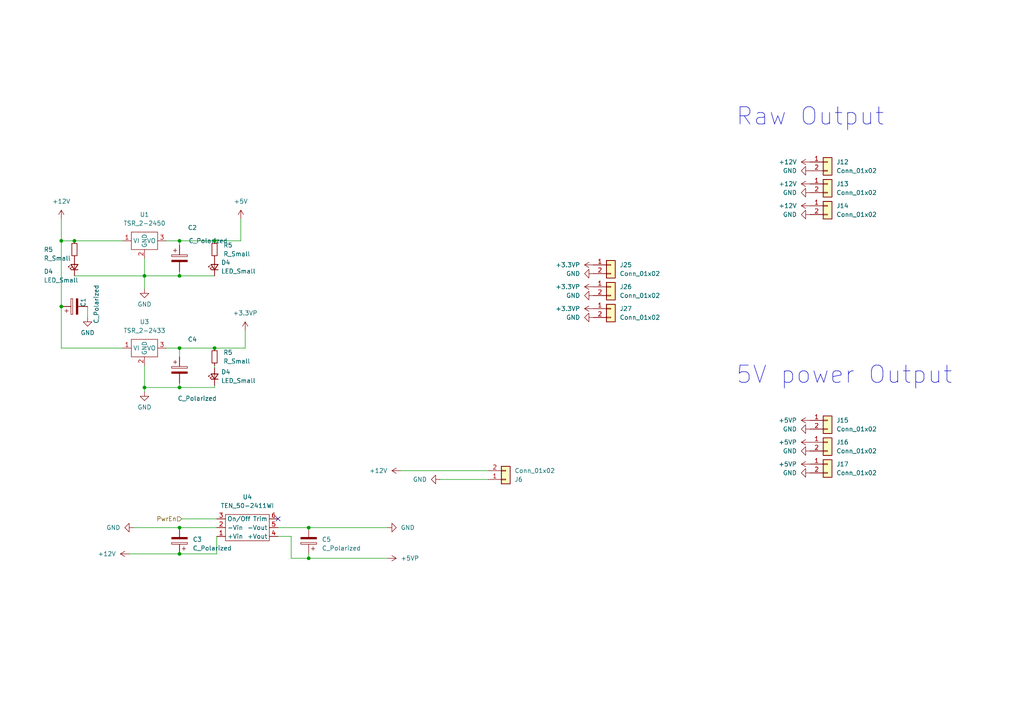
<source format=kicad_sch>
(kicad_sch (version 20230121) (generator eeschema)
  (paper "A4")
  (lib_symbols
    (symbol "Connector_Generic:Conn_01x02" (pin_names (offset 1.016) hide)
      (property "Reference" "J" (at 0 2.54 0))
      (property "Value" "Conn_01x02" (at 0 -5.08 0))
      (symbol "Conn_01x02_1_1"
        (rectangle (start -1.27 -2.413) (end 0 -2.667) (stroke (width 0.1524)))
        (rectangle (start -1.27 0.127) (end 0 -0.127) (stroke (width 0.1524)))
        (rectangle (start -1.27 1.27) (end 1.27 -3.81) (stroke (width 0.254)) (fill (type background)))
        (pin passive line (at -5.08 0 0) (length 3.81) (name "Pin_1") (number "1"))
        (pin passive line (at -5.08 -2.54 0) (length 3.81) (name "Pin_2") (number "2"))
      )
    )
    (symbol "Device:C_Polarized" (pin_numbers hide) (pin_names (offset 0.254))
      (property "Reference" "C" (at 0.635 2.54 0))
      (property "Value" "C_Polarized" (at 0.635 -2.54 0))
      (symbol "C_Polarized_0_1"
        (rectangle (start -2.286 0.508) (end 2.286 1.016))
        (polyline (pts (xy -1.778 2.286) (xy -0.762 2.286)))
        (polyline (pts (xy -1.27 2.794) (xy -1.27 1.778)))
        (rectangle (start 2.286 -0.508) (end -2.286 -1.016) (fill (type outline)))
      )
      (symbol "C_Polarized_1_1"
        (pin passive line (at 0 3.81 270) (length 2.794) (name "~") (number "1"))
        (pin passive line (at 0 -3.81 90) (length 2.794) (name "~") (number "2"))
      )
    )
    (symbol "Device:LED_Small" (pin_numbers hide) (pin_names (offset 0.254) hide)
      (property "Reference" "D" (at -1.27 3.175 0))
      (property "Value" "LED_Small" (at -4.445 -2.54 0))
      (symbol "LED_Small_0_1"
        (polyline (pts (xy -0.762 -1.016) (xy -0.762 1.016)) (stroke (width 0.254)))
        (polyline (pts (xy 1.016 0) (xy -0.762 0)))
        (polyline (pts (xy 0.762 -1.016) (xy -0.762 0) (xy 0.762 1.016) (xy 0.762 -1.016)) (stroke (width 0.254)))
        (polyline (pts (xy 0 0.762) (xy -0.508 1.27) (xy -0.254 1.27) (xy -0.508 1.27) (xy -0.508 1.016)))
        (polyline (pts (xy 0.508 1.27) (xy 0 1.778) (xy 0.254 1.778) (xy 0 1.778) (xy 0 1.524)))
      )
      (symbol "LED_Small_1_1"
        (pin passive line (at -2.54 0 0) (length 1.778) (name "K") (number "1"))
        (pin passive line (at 2.54 0 180) (length 1.778) (name "A") (number "2"))
      )
    )
    (symbol "Device:R_Small" (pin_numbers hide) (pin_names (offset 0.254) hide)
      (property "Reference" "R" (at 0.762 0.508 0))
      (property "Value" "R_Small" (at 0.762 -1.016 0))
      (symbol "R_Small_0_1"
        (rectangle (start -0.762 1.778) (end 0.762 -1.778) (stroke (width 0.2032)))
      )
      (symbol "R_Small_1_1"
        (pin passive line (at 0 2.54 270) (length 0.762) (name "~") (number "1"))
        (pin passive line (at 0 -2.54 90) (length 0.762) (name "~") (number "2"))
      )
    )
    (symbol "Traco:TEN_50-2411WI"
      (property "Reference" "U" (at 0 5.08 0))
      (property "Value" "TEN_50-2411WI" (at 0 -5.08 0))
      (symbol "TEN_50-2411WI_0_1"
        (rectangle (start -6.35 3.81) (end 6.35 -3.81))
      )
      (symbol "TEN_50-2411WI_1_1"
        (pin free line (at -8.89 -2.54 0) (length 2.54) (name "+Vin") (number "1"))
        (pin free line (at -8.89 0 0) (length 2.54) (name "-Vin") (number "2"))
        (pin free line (at -8.89 2.54 0) (length 2.54) (name "On/Off") (number "3"))
        (pin free line (at 8.89 -2.54 180) (length 2.54) (name "+Vout") (number "4"))
        (pin free line (at 8.89 0 180) (length 2.54) (name "-Vout") (number "5"))
        (pin free line (at 8.89 2.54 180) (length 2.54) (name "Trim") (number "6"))
      )
    )
    (symbol "Traco:TSR_2-2433"
      (property "Reference" "U" (at 0 5.08 0))
      (property "Value" "TSR_2-2433" (at 0 3.81 0))
      (symbol "TSR_2-2433_0_1"
        (rectangle (start -3.81 2.54) (end 3.81 -2.54))
      )
      (symbol "TSR_2-2433_1_1"
        (pin free line (at -6.35 0 0) (length 2.54) (name "VI") (number "1"))
        (pin free line (at 0 -5.08 90) (length 2.54) (name "GND") (number "2"))
        (pin free line (at 6.35 0 180) (length 2.54) (name "VO") (number "3"))
      )
    )
    (symbol "Traco:TSR_2-2450"
      (property "Reference" "U" (at 0 5.08 0))
      (property "Value" "TSR_2-2450" (at 0 3.81 0))
      (symbol "TSR_2-2450_0_1"
        (rectangle (start -3.81 2.54) (end 3.81 -2.54))
      )
      (symbol "TSR_2-2450_1_1"
        (pin free line (at -6.35 0 0) (length 2.54) (name "VI") (number "1"))
        (pin free line (at 0 -5.08 90) (length 2.54) (name "GND") (number "2"))
        (pin free line (at 6.35 0 180) (length 2.54) (name "VO") (number "3"))
      )
    )
    (symbol "power:+12V" (power) (pin_names (offset 0))
      (property "Value" "+12V" (at 0 3.556 0))
      (symbol "+12V_0_1"
        (polyline (pts (xy -0.762 1.27) (xy 0 2.54)))
        (polyline (pts (xy 0 0) (xy 0 2.54)))
        (polyline (pts (xy 0 2.54) (xy 0.762 1.27)))
      )
      (symbol "+12V_1_1"
        (pin power_in line (at 0 0 90) (length 0) hide (name "+12V") (number "1"))
      )
    )
    (symbol "power:+3.3VP" (power) (pin_names (offset 0))
      (property "Value" "+3.3VP" (at 0 2.54 0))
      (symbol "+3.3VP_0_0"
        (pin power_in line (at 0 0 90) (length 0) hide (name "+3.3VP") (number "1"))
      )
      (symbol "+3.3VP_0_1"
        (polyline (pts (xy -0.762 1.27) (xy 0 2.54)))
        (polyline (pts (xy 0 0) (xy 0 2.54)))
        (polyline (pts (xy 0 2.54) (xy 0.762 1.27)))
      )
    )
    (symbol "power:+5V" (power) (pin_names (offset 0))
      (property "Value" "+5V" (at 0 3.556 0))
      (symbol "+5V_0_1"
        (polyline (pts (xy -0.762 1.27) (xy 0 2.54)))
        (polyline (pts (xy 0 0) (xy 0 2.54)))
        (polyline (pts (xy 0 2.54) (xy 0.762 1.27)))
      )
      (symbol "+5V_1_1"
        (pin power_in line (at 0 0 90) (length 0) hide (name "+5V") (number "1"))
      )
    )
    (symbol "power:+5VP" (power) (pin_names (offset 0))
      (property "Value" "+5VP" (at 0 3.556 0))
      (symbol "+5VP_0_1"
        (polyline (pts (xy -0.762 1.27) (xy 0 2.54)))
        (polyline (pts (xy 0 0) (xy 0 2.54)))
        (polyline (pts (xy 0 2.54) (xy 0.762 1.27)))
      )
      (symbol "+5VP_1_1"
        (pin power_in line (at 0 0 90) (length 0) hide (name "+5VP") (number "1"))
      )
    )
    (symbol "power:GND" (power) (pin_names (offset 0))
      (property "Value" "GND" (at 0 -3.81 0))
      (symbol "GND_0_1"
        (polyline (pts (xy 0 0) (xy 0 -1.27) (xy 1.27 -1.27) (xy 0 -2.54) (xy -1.27 -1.27) (xy 0 -1.27)))
      )
      (symbol "GND_1_1"
        (pin power_in line (at 0 0 270) (length 0) hide (name "GND") (number "1"))
      )
    )
  )
  (junction (at 41.91 112.395))
  (junction (at 52.07 69.85))
  (junction (at 17.78 88.9))
  (junction (at 52.07 80.01))
  (junction (at 21.59 69.85))
  (junction (at 62.23 100.965))
  (junction (at 52.07 160.655))
  (junction (at 52.07 100.965))
  (junction (at 89.535 161.925))
  (junction (at 89.535 153.035))
  (junction (at 17.78 69.85))
  (junction (at 52.07 153.035))
  (junction (at 41.91 80.01))
  (junction (at 52.07 112.395))
  (junction (at 62.23 69.85))
  (no_connect (at 80.645 150.495))
  (wire (pts (xy 52.07 100.965) (xy 62.23 100.965)))
  (wire (pts (xy 84.455 155.575) (xy 80.645 155.575)))
  (wire (pts (xy 89.535 160.655) (xy 89.535 161.925)))
  (wire (pts (xy 52.07 153.035) (xy 62.865 153.035)))
  (wire (pts (xy 17.78 69.85) (xy 21.59 69.85)))
  (wire (pts (xy 127.635 139.065) (xy 141.605 139.065)))
  (wire (pts (xy 71.12 100.965) (xy 62.23 100.965)))
  (wire (pts (xy 52.07 69.85) (xy 62.23 69.85)))
  (wire (pts (xy 84.455 161.925) (xy 89.535 161.925)))
  (wire (pts (xy 41.91 80.01) (xy 52.07 80.01)))
  (wire (pts (xy 48.26 69.85) (xy 52.07 69.85)))
  (wire (pts (xy 41.91 74.93) (xy 41.91 80.01)))
  (wire (pts (xy 52.07 71.12) (xy 52.07 69.85)))
  (wire (pts (xy 62.23 106.68) (xy 62.23 106.045)))
  (wire (pts (xy 52.07 100.965) (xy 52.07 103.505)))
  (wire (pts (xy 89.535 153.035) (xy 112.395 153.035)))
  (wire (pts (xy 52.07 80.01) (xy 62.23 80.01)))
  (wire (pts (xy 37.465 160.655) (xy 52.07 160.655)))
  (wire (pts (xy 17.78 100.965) (xy 35.56 100.965)))
  (wire (pts (xy 116.205 136.525) (xy 141.605 136.525)))
  (wire (pts (xy 62.865 160.655) (xy 62.865 155.575)))
  (wire (pts (xy 80.645 153.035) (xy 89.535 153.035)))
  (wire (pts (xy 52.705 150.495) (xy 62.865 150.495)))
  (wire (pts (xy 41.91 112.395) (xy 41.91 113.665)))
  (wire (pts (xy 52.07 111.125) (xy 52.07 112.395)))
  (wire (pts (xy 17.78 88.9) (xy 17.78 100.965)))
  (wire (pts (xy 48.26 100.965) (xy 52.07 100.965)))
  (wire (pts (xy 62.23 111.76) (xy 62.23 112.395)))
  (wire (pts (xy 41.91 112.395) (xy 52.07 112.395)))
  (wire (pts (xy 52.07 112.395) (xy 62.23 112.395)))
  (wire (pts (xy 41.91 83.82) (xy 41.91 80.01)))
  (wire (pts (xy 21.59 80.01) (xy 41.91 80.01)))
  (wire (pts (xy 52.07 160.655) (xy 62.865 160.655)))
  (wire (pts (xy 38.735 153.035) (xy 52.07 153.035)))
  (wire (pts (xy 69.85 63.5) (xy 69.85 69.85)))
  (wire (pts (xy 84.455 161.925) (xy 84.455 155.575)))
  (wire (pts (xy 69.85 69.85) (xy 62.23 69.85)))
  (wire (pts (xy 52.07 78.74) (xy 52.07 80.01)))
  (wire (pts (xy 89.535 161.925) (xy 112.395 161.925)))
  (wire (pts (xy 21.59 69.85) (xy 35.56 69.85)))
  (wire (pts (xy 41.91 106.045) (xy 41.91 112.395)))
  (wire (pts (xy 17.78 69.85) (xy 17.78 88.9)))
  (wire (pts (xy 25.4 92.075) (xy 25.4 88.9)))
  (wire (pts (xy 17.78 63.5) (xy 17.78 69.85)))
  (wire (pts (xy 71.12 95.885) (xy 71.12 100.965)))
  (text "5V power Output" (at 213.36 111.76 0) (effects (font (size 5 5)) (justify left bottom)))
  (text "Raw Output" (at 213.36 36.83 0) (effects (font (size 5 5)) (justify left bottom)))
  (hierarchical_label "PwrEn" (shape input) (at 52.705 150.495 180))
  (symbol (lib_id "power:+12V") (at 234.95 59.69 90) (unit 1)
    (property "Reference" "#PWR035" (effects hide))
    (property "Value" "+12V" (at 231.14 59.69 90) (effects (justify left)))
  )
  (symbol (lib_id "power:GND") (at 234.95 49.53 270) (unit 1)
    (property "Reference" "#PWR037" (effects hide))
    (property "Value" "GND" (at 231.14 49.53 90) (effects (justify right)))
    (instances (project "MainBoardV3.1FromA" (path "" (reference "#PWR037") (unit 1)) (path "" (reference "#PWR028") (unit 1))))
  )
  (symbol (lib_id "Connector_Generic:Conn_01x02") (at 240.03 128.27 0) (unit 1)
    (property "Reference" "J16" (at 242.57 128.27 0) (effects (justify left)))
    (property "Value" "Conn_01x02" (at 242.57 130.81 0) (effects (justify left)))
    (property "Footprint" "Connector_Molex:Molex_KK-254_AE-6410-02A_1x02_P2.54mm_Vertical" (effects hide))
  )
  (symbol (lib_id "power:+12V") (at 116.205 136.525 90) (unit 1)
    (property "Reference" "#PWR025" (effects hide))
    (property "Value" "+12V" (at 112.395 136.525 90) (effects (justify left)))
  )
  (symbol (lib_id "power:GND") (at 234.95 124.46 270) (unit 1)
    (property "Reference" "#PWR037" (effects hide))
    (property "Value" "GND" (at 231.14 124.46 90) (effects (justify right)))
    (instances (project "MainBoardV3.1FromA" (path "" (reference "#PWR037") (unit 1)) (path "" (reference "#PWR051") (unit 1))))
  )
  (symbol (lib_id "power:GND") (at 172.085 85.725 270) (unit 1)
    (property "Reference" "#PWR037" (effects hide))
    (property "Value" "GND" (at 168.275 85.725 90) (effects (justify right)))
    (instances (project "MainBoardV3.1FromA" (path "" (reference "#PWR037") (unit 1)) (path "" (reference "#PWR063") (unit 1))))
  )
  (symbol (lib_id "power:GND") (at 234.95 62.23 270) (unit 1)
    (property "Reference" "#PWR037" (effects hide))
    (property "Value" "GND" (at 231.14 62.23 90) (effects (justify right)))
    (instances (project "MainBoardV3.1FromA" (path "" (reference "#PWR037") (unit 1)) (path "" (reference "#PWR049") (unit 1))))
  )
  (symbol (lib_id "power:+5VP") (at 234.95 128.27 90) (unit 1)
    (property "Reference" "#PWR052" (effects hide))
    (property "Value" "+5VP" (at 231.14 128.27 90) (effects (justify left)))
  )
  (symbol (lib_id "power:+12V") (at 234.95 46.99 90) (unit 1)
    (property "Reference" "#PWR029" (effects hide))
    (property "Value" "+12V" (at 231.14 46.99 90) (effects (justify left)))
  )
  (symbol (lib_id "power:+5V") (at 69.85 63.5 0) (unit 1)
    (property "Reference" "#PWR036" (effects hide))
    (property "Value" "+5V" (at 69.85 58.42 0))
  )
  (symbol (lib_id "Connector_Generic:Conn_01x02") (at 177.165 83.185 0) (unit 1)
    (property "Reference" "J26" (at 179.705 83.185 0) (effects (justify left)))
    (property "Value" "Conn_01x02" (at 179.705 85.725 0) (effects (justify left)))
    (property "Footprint" "Connector_Molex:Molex_KK-254_AE-6410-02A_1x02_P2.54mm_Vertical" (effects hide))
  )
  (symbol (lib_id "power:+12V") (at 17.78 63.5 0) (unit 1)
    (property "Reference" "#PWR038" (effects hide))
    (property "Value" "+12V" (at 17.78 58.42 0))
  )
  (symbol (lib_id "Device:LED_Small") (at 62.23 77.47 90) (unit 1)
    (property "Reference" "D4" (at 64.135 76.1365 90) (effects (justify right)))
    (property "Value" "LED_Small" (at 64.135 78.6765 90) (effects (justify right)))
    (property "Footprint" "LED_SMD:LED_1206_3216Metric_Pad1.42x1.75mm_HandSolder" (effects hide))
    (instances (project "MainBoardV3.1FromA" (path "" (reference "D4") (unit 1)) (path "" (reference "D3") (unit 1))))
  )
  (symbol (lib_id "power:+12V") (at 234.95 53.34 90) (unit 1)
    (property "Reference" "#PWR030" (effects hide))
    (property "Value" "+12V" (at 231.14 53.34 90) (effects (justify left)))
  )
  (symbol (lib_id "Connector_Generic:Conn_01x02") (at 240.03 134.62 0) (unit 1)
    (property "Reference" "J17" (at 242.57 134.62 0) (effects (justify left)))
    (property "Value" "Conn_01x02" (at 242.57 137.16 0) (effects (justify left)))
    (property "Footprint" "Connector_Molex:Molex_KK-254_AE-6410-02A_1x02_P2.54mm_Vertical" (effects hide))
  )
  (symbol (lib_id "Traco:TSR_2-2433") (at 41.91 100.965 0) (unit 1)
    (property "Reference" "U3" (at 41.91 93.345 0))
    (property "Value" "TSR_2-2433" (at 41.91 95.885 0))
    (property "Footprint" "Traco:Traco 2- 24xx" (effects hide))
  )
  (symbol (lib_id "power:+5VP") (at 112.395 161.925 270) (unit 1)
    (property "Reference" "#PWR046" (effects hide))
    (property "Value" "+5VP" (at 116.205 161.925 90) (effects (justify left)))
  )
  (symbol (lib_id "Connector_Generic:Conn_01x02") (at 240.03 46.99 0) (unit 1)
    (property "Reference" "J12" (at 242.57 46.99 0) (effects (justify left)))
    (property "Value" "Conn_01x02" (at 242.57 49.53 0) (effects (justify left)))
    (property "Footprint" "Connector_Molex:Molex_KK-254_AE-6410-02A_1x02_P2.54mm_Vertical" (effects hide))
  )
  (symbol (lib_id "Connector_Generic:Conn_01x02") (at 240.03 59.69 0) (unit 1)
    (property "Reference" "J14" (at 242.57 59.69 0) (effects (justify left)))
    (property "Value" "Conn_01x02" (at 242.57 62.23 0) (effects (justify left)))
    (property "Footprint" "Connector_Molex:Molex_KK-254_AE-6410-02A_1x02_P2.54mm_Vertical" (effects hide))
  )
  (symbol (lib_id "power:+3.3VP") (at 71.12 95.885 0) (unit 1)
    (property "Reference" "#PWR038" (effects hide))
    (property "Value" "+3.3VP" (at 71.12 90.805 0))
    (instances (project "MainBoardV3.1FromA" (path "" (reference "#PWR038") (unit 1)) (path "" (reference "#PWR041") (unit 1))))
  )
  (symbol (lib_id "power:GND") (at 41.91 113.665 0) (unit 1)
    (property "Reference" "#PWR037" (effects hide))
    (property "Value" "GND" (at 41.91 118.11 0))
    (instances (project "MainBoardV3.1FromA" (path "" (reference "#PWR037") (unit 1)) (path "" (reference "#PWR026") (unit 1))))
  )
  (symbol (lib_id "power:GND") (at 38.735 153.035 270) (unit 1)
    (property "Reference" "#PWR037" (effects hide))
    (property "Value" "GND" (at 34.925 153.035 90) (effects (justify right)))
    (instances (project "MainBoardV3.1FromA" (path "" (reference "#PWR037") (unit 1)) (path "" (reference "#PWR045") (unit 1))))
  )
  (symbol (lib_id "Device:C_Polarized") (at 52.07 74.93 0) (unit 1) (on_board no)
    (property "Reference" "C2" (at 57.15 66.04 0) (effects (justify right)))
    (property "Value" "C_Polarized" (at 66.04 69.85 0) (effects (justify right)))
    (property "Footprint" "Capacitor_THT:CP_Radial_D5.0mm_P2.50mm" (effects hide))
  )
  (symbol (lib_id "power:+3.3VP") (at 172.085 89.535 90) (unit 1)
    (property "Reference" "#PWR038" (effects hide))
    (property "Value" "+3.3VP" (at 168.275 89.535 90) (effects (justify left)))
    (instances (project "MainBoardV3.1FromA" (path "" (reference "#PWR038") (unit 1)) (path "" (reference "#PWR064") (unit 1))))
  )
  (symbol (lib_id "power:GND") (at 41.91 83.82 0) (unit 1)
    (property "Reference" "#PWR037" (effects hide))
    (property "Value" "GND" (at 41.91 88.265 0))
  )
  (symbol (lib_id "Device:LED_Small") (at 62.23 109.22 90) (unit 1)
    (property "Reference" "D4" (at 64.135 107.8865 90) (effects (justify right)))
    (property "Value" "LED_Small" (at 64.135 110.4265 90) (effects (justify right)))
    (property "Footprint" "LED_SMD:LED_1206_3216Metric_Pad1.42x1.75mm_HandSolder" (effects hide))
    (instances (project "MainBoardV3.1FromA" (path "" (reference "D4") (unit 1)) (path "" (reference "D1") (unit 1))))
  )
  (symbol (lib_id "power:GND") (at 234.95 130.81 270) (unit 1)
    (property "Reference" "#PWR037" (effects hide))
    (property "Value" "GND" (at 231.14 130.81 90) (effects (justify right)))
    (instances (project "MainBoardV3.1FromA" (path "" (reference "#PWR037") (unit 1)) (path "" (reference "#PWR053") (unit 1))))
  )
  (symbol (lib_id "power:+12V") (at 37.465 160.655 90) (unit 1)
    (property "Reference" "#PWR044" (effects hide))
    (property "Value" "+12V" (at 33.655 160.655 90) (effects (justify left)))
  )
  (symbol (lib_id "power:+3.3VP") (at 172.085 76.835 90) (unit 1)
    (property "Reference" "#PWR038" (effects hide))
    (property "Value" "+3.3VP" (at 168.275 76.835 90) (effects (justify left)))
    (instances (project "MainBoardV3.1FromA" (path "" (reference "#PWR038") (unit 1)) (path "" (reference "#PWR060") (unit 1))))
  )
  (symbol (lib_id "power:GND") (at 127.635 139.065 270) (unit 1)
    (property "Reference" "#PWR037" (effects hide))
    (property "Value" "GND" (at 123.825 139.065 90) (effects (justify right)))
    (instances (project "MainBoardV3.1FromA" (path "" (reference "#PWR037") (unit 1)) (path "" (reference "#PWR042") (unit 1))))
  )
  (symbol (lib_id "Device:R_Small") (at 62.23 72.39 0) (unit 1)
    (property "Reference" "R5" (at 64.77 71.12 0) (effects (justify left)))
    (property "Value" "R_Small" (at 64.77 73.66 0) (effects (justify left)))
    (property "Footprint" "Resistor_SMD:R_1206_3216Metric_Pad1.30x1.75mm_HandSolder" (effects hide))
    (instances (project "MainBoardV3.1FromA" (path "" (reference "R5") (unit 1)) (path "" (reference "R4") (unit 1))))
  )
  (symbol (lib_id "Connector_Generic:Conn_01x02") (at 240.03 53.34 0) (unit 1)
    (property "Reference" "J13" (at 242.57 53.34 0) (effects (justify left)))
    (property "Value" "Conn_01x02" (at 242.57 55.88 0) (effects (justify left)))
    (property "Footprint" "Connector_Molex:Molex_KK-254_AE-6410-02A_1x02_P2.54mm_Vertical" (effects hide))
  )
  (symbol (lib_id "Device:R_Small") (at 62.23 103.505 0) (unit 1)
    (property "Reference" "R5" (at 64.77 102.235 0) (effects (justify left)))
    (property "Value" "R_Small" (at 64.77 104.775 0) (effects (justify left)))
    (property "Footprint" "Resistor_SMD:R_1206_3216Metric_Pad1.30x1.75mm_HandSolder" (effects hide))
    (instances (project "MainBoardV3.1FromA" (path "" (reference "R5") (unit 1)) (path "" (reference "R3") (unit 1))))
  )
  (symbol (lib_id "power:GND") (at 172.085 92.075 270) (unit 1)
    (property "Reference" "#PWR037" (effects hide))
    (property "Value" "GND" (at 168.275 92.075 90) (effects (justify right)))
    (instances (project "MainBoardV3.1FromA" (path "" (reference "#PWR037") (unit 1)) (path "" (reference "#PWR065") (unit 1))))
  )
  (symbol (lib_id "Device:C_Polarized") (at 89.535 156.845 180) (unit 1)
    (property "Reference" "C5" (at 93.345 156.464 0) (effects (justify right)))
    (property "Value" "C_Polarized" (at 93.345 159.004 0) (effects (justify right)))
    (property "Footprint" "Capacitor_SMD:CP_Elec_6.3x5.9" (effects hide))
  )
  (symbol (lib_id "power:GND") (at 234.95 137.16 270) (unit 1)
    (property "Reference" "#PWR037" (effects hide))
    (property "Value" "GND" (at 231.14 137.16 90) (effects (justify right)))
    (instances (project "MainBoardV3.1FromA" (path "" (reference "#PWR037") (unit 1)) (path "" (reference "#PWR055") (unit 1))))
  )
  (symbol (lib_id "Traco:TSR_2-2450") (at 41.91 69.85 0) (unit 1)
    (property "Reference" "U1" (at 41.91 62.23 0))
    (property "Value" "TSR_2-2450" (at 41.91 64.77 0))
    (property "Footprint" "Traco:Traco 2- 24xx" (effects hide))
  )
  (symbol (lib_id "Device:C_Polarized") (at 21.59 88.9 90) (unit 1)
    (property "Reference" "C1" (at 24.13 86.36 0) (effects (justify right)))
    (property "Value" "C_Polarized" (at 27.94 82.55 0) (effects (justify right)))
    (property "Footprint" "Capacitor_SMD:CP_Elec_6.3x5.9" (effects hide))
  )
  (symbol (lib_id "Device:C_Polarized") (at 52.07 107.315 0) (unit 1) (on_board no)
    (property "Reference" "C4" (at 57.15 98.425 0) (effects (justify right)))
    (property "Value" "C_Polarized" (at 62.865 115.57 0) (effects (justify right)))
    (property "Footprint" "Capacitor_THT:CP_Radial_D5.0mm_P2.50mm" (effects hide))
  )
  (symbol (lib_id "power:+5VP") (at 234.95 121.92 90) (unit 1)
    (property "Reference" "#PWR050" (effects hide))
    (property "Value" "+5VP" (at 231.14 121.92 90) (effects (justify left)))
  )
  (symbol (lib_id "power:GND") (at 112.395 153.035 90) (unit 1)
    (property "Reference" "#PWR037" (effects hide))
    (property "Value" "GND" (at 116.205 153.035 90) (effects (justify right)))
    (instances (project "MainBoardV3.1FromA" (path "" (reference "#PWR037") (unit 1)) (path "" (reference "#PWR047") (unit 1))))
  )
  (symbol (lib_id "power:GND") (at 172.085 79.375 270) (unit 1)
    (property "Reference" "#PWR037" (effects hide))
    (property "Value" "GND" (at 168.275 79.375 90) (effects (justify right)))
    (instances (project "MainBoardV3.1FromA" (path "" (reference "#PWR037") (unit 1)) (path "" (reference "#PWR061") (unit 1))))
  )
  (symbol (lib_id "Device:LED_Small") (at 21.59 77.47 90) (unit 1)
    (property "Reference" "D4" (at 12.7 78.74 90) (effects (justify right)))
    (property "Value" "LED_Small" (at 12.7 81.28 90) (effects (justify right)))
    (property "Footprint" "LED_SMD:LED_1206_3216Metric_Pad1.42x1.75mm_HandSolder" (effects hide))
  )
  (symbol (lib_id "Device:R_Small") (at 21.59 72.39 0) (unit 1)
    (property "Reference" "R5" (at 12.7 72.39 0) (effects (justify left)))
    (property "Value" "R_Small" (at 12.7 74.93 0) (effects (justify left)))
    (property "Footprint" "Resistor_SMD:R_1206_3216Metric_Pad1.30x1.75mm_HandSolder" (effects hide))
  )
  (symbol (lib_id "Traco:TEN_50-2411WI") (at 71.755 153.035 0) (unit 1)
    (property "Reference" "U4" (at 71.755 144.145 0))
    (property "Value" "TEN_50-2411WI" (at 71.755 146.685 0))
    (property "Footprint" "Traco:Traco TEN 50 series" (effects hide))
  )
  (symbol (lib_id "power:GND") (at 234.95 55.88 270) (unit 1)
    (property "Reference" "#PWR037" (effects hide))
    (property "Value" "GND" (at 231.14 55.88 90) (effects (justify right)))
    (instances (project "MainBoardV3.1FromA" (path "" (reference "#PWR037") (unit 1)) (path "" (reference "#PWR031") (unit 1))))
  )
  (symbol (lib_id "power:GND") (at 25.4 92.075 0) (unit 1)
    (property "Reference" "#PWR037" (effects hide))
    (property "Value" "GND" (at 25.4 96.52 0))
    (instances (project "MainBoardV3.1FromA" (path "" (reference "#PWR037") (unit 1)) (path "" (reference "#PWR043") (unit 1))))
  )
  (symbol (lib_id "Device:C_Polarized") (at 52.07 156.845 180) (unit 1)
    (property "Reference" "C3" (at 55.88 156.464 0) (effects (justify right)))
    (property "Value" "C_Polarized" (at 55.88 159.004 0) (effects (justify right)))
    (property "Footprint" "Capacitor_SMD:CP_Elec_10x12.6" (effects hide))
  )
  (symbol (lib_id "Connector_Generic:Conn_01x02") (at 146.685 139.065 0) (mirror x) (unit 1)
    (property "Reference" "J6" (at 149.225 139.065 0) (effects (justify left)))
    (property "Value" "Conn_01x02" (at 149.225 136.525 0) (effects (justify left)))
    (property "Footprint" "Connector_AMASS:AMASS_XT60-M_1x02_P7.20mm_Vertical" (effects hide))
  )
  (symbol (lib_id "power:+3.3VP") (at 172.085 83.185 90) (unit 1)
    (property "Reference" "#PWR038" (effects hide))
    (property "Value" "+3.3VP" (at 168.275 83.185 90) (effects (justify left)))
    (instances (project "MainBoardV3.1FromA" (path "" (reference "#PWR038") (unit 1)) (path "" (reference "#PWR062") (unit 1))))
  )
  (symbol (lib_id "Connector_Generic:Conn_01x02") (at 240.03 121.92 0) (unit 1)
    (property "Reference" "J15" (at 242.57 121.92 0) (effects (justify left)))
    (property "Value" "Conn_01x02" (at 242.57 124.46 0) (effects (justify left)))
    (property "Footprint" "Connector_Molex:Molex_KK-254_AE-6410-02A_1x02_P2.54mm_Vertical" (effects hide))
  )
  (symbol (lib_id "power:+5VP") (at 234.95 134.62 90) (unit 1)
    (property "Reference" "#PWR054" (effects hide))
    (property "Value" "+5VP" (at 231.14 134.62 90) (effects (justify left)))
  )
  (symbol (lib_id "Connector_Generic:Conn_01x02") (at 177.165 89.535 0) (unit 1)
    (property "Reference" "J27" (at 179.705 89.535 0) (effects (justify left)))
    (property "Value" "Conn_01x02" (at 179.705 92.075 0) (effects (justify left)))
    (property "Footprint" "Connector_Molex:Molex_KK-254_AE-6410-02A_1x02_P2.54mm_Vertical" (effects hide))
  )
  (symbol (lib_id "Connector_Generic:Conn_01x02") (at 177.165 76.835 0) (unit 1)
    (property "Reference" "J25" (at 179.705 76.835 0) (effects (justify left)))
    (property "Value" "Conn_01x02" (at 179.705 79.375 0) (effects (justify left)))
    (property "Footprint" "Connector_Molex:Molex_KK-254_AE-6410-02A_1x02_P2.54mm_Vertical" (effects hide))
  )
)
</source>
